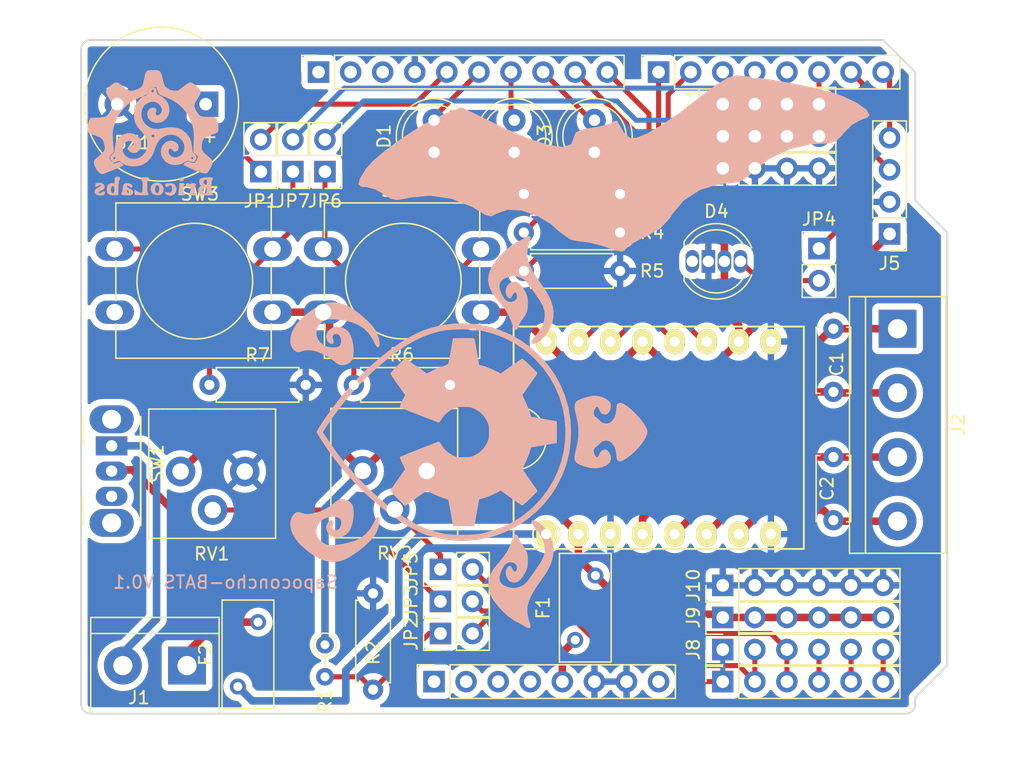
<source format=kicad_pcb>
(kicad_pcb (version 20211014) (generator pcbnew)

  (general
    (thickness 1.6)
  )

  (paper "A4")
  (title_block
    (date "mar. 31 mars 2015")
  )

  (layers
    (0 "F.Cu" signal)
    (31 "B.Cu" signal)
    (32 "B.Adhes" user "B.Adhesive")
    (33 "F.Adhes" user "F.Adhesive")
    (34 "B.Paste" user)
    (35 "F.Paste" user)
    (36 "B.SilkS" user "B.Silkscreen")
    (37 "F.SilkS" user "F.Silkscreen")
    (38 "B.Mask" user)
    (39 "F.Mask" user)
    (40 "Dwgs.User" user "User.Drawings")
    (41 "Cmts.User" user "User.Comments")
    (42 "Eco1.User" user "User.Eco1")
    (43 "Eco2.User" user "User.Eco2")
    (44 "Edge.Cuts" user)
    (45 "Margin" user)
    (46 "B.CrtYd" user "B.Courtyard")
    (47 "F.CrtYd" user "F.Courtyard")
    (48 "B.Fab" user)
    (49 "F.Fab" user)
  )

  (setup
    (stackup
      (layer "F.SilkS" (type "Top Silk Screen"))
      (layer "F.Paste" (type "Top Solder Paste"))
      (layer "F.Mask" (type "Top Solder Mask") (color "Green") (thickness 0.01))
      (layer "F.Cu" (type "copper") (thickness 0.035))
      (layer "dielectric 1" (type "core") (thickness 1.51) (material "FR4") (epsilon_r 4.5) (loss_tangent 0.02))
      (layer "B.Cu" (type "copper") (thickness 0.035))
      (layer "B.Mask" (type "Bottom Solder Mask") (color "Green") (thickness 0.01))
      (layer "B.Paste" (type "Bottom Solder Paste"))
      (layer "B.SilkS" (type "Bottom Silk Screen"))
      (copper_finish "None")
      (dielectric_constraints no)
    )
    (pad_to_mask_clearance 0)
    (aux_axis_origin 100 100)
    (grid_origin 100 100)
    (pcbplotparams
      (layerselection 0x00010f0_ffffffff)
      (disableapertmacros false)
      (usegerberextensions false)
      (usegerberattributes true)
      (usegerberadvancedattributes true)
      (creategerberjobfile true)
      (svguseinch false)
      (svgprecision 6)
      (excludeedgelayer true)
      (plotframeref false)
      (viasonmask false)
      (mode 1)
      (useauxorigin false)
      (hpglpennumber 1)
      (hpglpenspeed 20)
      (hpglpendiameter 15.000000)
      (dxfpolygonmode true)
      (dxfimperialunits true)
      (dxfusepcbnewfont true)
      (psnegative false)
      (psa4output false)
      (plotreference true)
      (plotvalue true)
      (plotinvisibletext false)
      (sketchpadsonfab false)
      (subtractmaskfromsilk false)
      (outputformat 1)
      (mirror false)
      (drillshape 0)
      (scaleselection 1)
      (outputdirectory "gerbers/")
    )
  )

  (net 0 "")
  (net 1 "GND")
  (net 2 "Net-(BZ1-Pad1)")
  (net 3 "+5V")
  (net 4 "/IOREF")
  (net 5 "/A0")
  (net 6 "/A1")
  (net 7 "/A2")
  (net 8 "/A3")
  (net 9 "/SDA{slash}A4")
  (net 10 "/SCL{slash}A5")
  (net 11 "/13")
  (net 12 "/12")
  (net 13 "/AREF")
  (net 14 "/8")
  (net 15 "/7")
  (net 16 "/*11")
  (net 17 "/*10")
  (net 18 "/*9")
  (net 19 "/4")
  (net 20 "/2")
  (net 21 "/*6")
  (net 22 "/*5")
  (net 23 "/TX{slash}1")
  (net 24 "/*3")
  (net 25 "/RX{slash}0")
  (net 26 "Net-(C1-Pad1)")
  (net 27 "Net-(C1-Pad2)")
  (net 28 "/~{RESET}")
  (net 29 "Net-(C2-Pad1)")
  (net 30 "Net-(C2-Pad2)")
  (net 31 "Net-(D1-Pad1)")
  (net 32 "Net-(D2-Pad1)")
  (net 33 "Net-(D3-Pad1)")
  (net 34 "Net-(F1-Pad1)")
  (net 35 "Net-(F2-Pad1)")
  (net 36 "/+BAT")
  (net 37 "Net-(F3-Pad1)")
  (net 38 "/STUP_IN")
  (net 39 "unconnected-(J4-Pad1)")
  (net 40 "/Vin")
  (net 41 "Net-(JP2-Pad1)")
  (net 42 "Net-(JP3-Pad1)")
  (net 43 "Net-(D4-Pad4)")
  (net 44 "Net-(JP5-Pad1)")
  (net 45 "Net-(JP6-Pad1)")
  (net 46 "Net-(JP7-Pad1)")
  (net 47 "unconnected-(D4-Pad1)")

  (footprint "Connector_PinSocket_2.54mm:PinSocket_1x08_P2.54mm_Vertical" (layer "F.Cu") (at 127.94 97.46 90))

  (footprint "Connector_PinSocket_2.54mm:PinSocket_1x06_P2.54mm_Vertical" (layer "F.Cu") (at 150.8 97.46 90))

  (footprint "Connector_PinSocket_2.54mm:PinSocket_1x10_P2.54mm_Vertical" (layer "F.Cu") (at 118.796 49.2 90))

  (footprint "Connector_PinSocket_2.54mm:PinSocket_1x08_P2.54mm_Vertical" (layer "F.Cu") (at 145.72 49.2 90))

  (footprint "Resistor_THT:R_Axial_DIN0207_L6.3mm_D2.5mm_P7.62mm_Horizontal" (layer "F.Cu") (at 123.114 98.095 90))

  (footprint "Connector_PinHeader_2.54mm:PinHeader_1x06_P2.54mm_Vertical" (layer "F.Cu") (at 150.8 89.84 90))

  (footprint "Fuse:Fuse_BelFuse_0ZRE0005FF_L8.3mm_W3.8mm" (layer "F.Cu") (at 139.116 94.158 90))

  (footprint "Connector_PinHeader_2.54mm:PinHeader_1x04_P2.54mm_Vertical" (layer "F.Cu") (at 150.8 51.74 90))

  (footprint "bl_kicad:NEOPIXEL_THT_D5.0mm-4_(OGVI)" (layer "F.Cu") (at 148.392 64.186))

  (footprint "Button_Switch_THT:SW_PUSH-12mm" (layer "F.Cu") (at 119.16 63.21))

  (footprint "bl_kicad:POT_SmallBlueArrow" (layer "F.Cu") (at 122.29 75.95 -90))

  (footprint "LED_THT:LED_D5.0mm" (layer "F.Cu") (at 134.29 55.55 90))

  (footprint "Connector_PinHeader_2.54mm:PinHeader_1x02_P2.54mm_Vertical" (layer "F.Cu") (at 116.764 57.079 180))

  (footprint "LED_THT:LED_D5.0mm" (layer "F.Cu") (at 140.64 55.55 90))

  (footprint "Connector_PinHeader_2.54mm:PinHeader_1x02_P2.54mm_Vertical" (layer "F.Cu") (at 128.448 93.65 90))

  (footprint "Connector_PinHeader_2.54mm:PinHeader_1x04_P2.54mm_Vertical" (layer "F.Cu") (at 164.008 62.017 180))

  (footprint "Connector_PinHeader_2.54mm:PinHeader_1x04_P2.54mm_Vertical" (layer "F.Cu") (at 150.81 56.82 90))

  (footprint "Connector_PinHeader_2.54mm:PinHeader_1x04_P2.54mm_Vertical" (layer "F.Cu") (at 150.81 54.28 90))

  (footprint "Button_Switch_THT:SW_PUSH-12mm" (layer "F.Cu") (at 102.65 63.21))

  (footprint "LED_THT:LED_D5.0mm" (layer "F.Cu") (at 127.94 55.55 90))

  (footprint "Connector_PinHeader_2.54mm:PinHeader_1x02_P2.54mm_Vertical" (layer "F.Cu") (at 119.304 57.079 180))

  (footprint "Resistor_THT:R_Axial_DIN0207_L6.3mm_D2.5mm_P7.62mm_Horizontal" (layer "F.Cu") (at 110.16 73.965))

  (footprint "Capacitor_THT:C_Disc_D5.0mm_W2.5mm_P5.00mm" (layer "F.Cu") (at 159.563 69.52 -90))

  (footprint "Capacitor_THT:C_Disc_D5.0mm_W2.5mm_P5.00mm" (layer "F.Cu") (at 159.563 79.68 -90))

  (footprint "Resistor_THT:R_Axial_DIN0207_L6.3mm_D2.5mm_P7.62mm_Horizontal" (layer "F.Cu") (at 121.59 73.965))

  (footprint "Connector_PinHeader_2.54mm:PinHeader_1x02_P2.54mm_Vertical" (layer "F.Cu") (at 128.448 88.57 90))

  (footprint "Resistor_THT:R_Axial_DIN0207_L6.3mm_D2.5mm_P7.62mm_Horizontal" (layer "F.Cu") (at 135.052 58.852))

  (footprint "Resistor_THT:R_Axial_DIN0204_L3.6mm_D1.6mm_P2.54mm_Vertical" (layer "F.Cu") (at 119.304 94.539 -90))

  (footprint "Connector_PinHeader_2.54mm:PinHeader_1x02_P2.54mm_Vertical" (layer "F.Cu") (at 114.224 57.079 180))

  (footprint "Fuse:Fuse_BelFuse_0ZRE0005FF_L8.3mm_W3.8mm" (layer "F.Cu") (at 112.408 97.851 90))

  (footprint "bl_kicad:POT_SmallBlueArrow" (layer "F.Cu") (at 107.874 75.997 -90))

  (footprint "bl_kicad:Buzzer_11.45x8RM7" (layer "F.Cu") (at 110.16 51.74 180))

  (footprint "Button_Switch_THT:SW_CuK_OS102011MA1QN1_SPDT_Angled" (layer "F.Cu") (at 102.413 78.791 -90))

  (footprint "TerminalBlock:TerminalBlock_bornier-4_P5.08mm" (layer "F.Cu") (at 164.643 69.52 -90))

  (footprint "TerminalBlock:TerminalBlock_bornier-2_P5.08mm" (layer "F.Cu") (at 108.382 96.19 180))

  (footprint "Resistor_THT:R_Axial_DIN0207_L6.3mm_D2.5mm_P7.62mm_Horizontal" (layer "F.Cu") (at 135.052 61.9))

  (footprint "Resistor_THT:R_Axial_DIN0207_L6.3mm_D2.5mm_P7.62mm_Horizontal" (layer "F.Cu") (at 135.052 64.948))

  (footprint "Connector_PinHeader_2.54mm:PinHeader_1x02_P2.54mm_Vertical" (layer "F.Cu") (at 128.443 91.11 90))

  (footprint "Connector_PinHeader_2.54mm:PinHeader_1x06_P2.54mm_Vertical" (layer "F.Cu") (at 150.8 94.92 90))

  (footprint "bl_kicad:DIP-16_600" (layer "F.Cu") (at 136.83 85.776 90))

  (footprint "Connector_PinHeader_2.54mm:PinHeader_1x02_P2.54mm_Vertical" (layer "F.Cu") (at 158.42 63.17))

  (footprint "Connector_PinHeader_2.54mm:PinHeader_1x06_P2.54mm_Vertical" (layer "F.Cu") (at 150.8 92.38 90))

  (footprint "bl_kicad:batconcho_40mm" (layer "B.Cu") (at 129.464 78.537 90))

  (footprint "bl_kicad:BricoLabs_logo_small" (layer "B.Cu")
    (tedit 0) (tstamp 8025ac46-5883-47e3-a227-64161c394f92)
    (at 105.588 54.026 180)
    (attr through_hole)
    (fp_text reference "G***" (at 0 0) (layer "B.SilkS") hide
      (effects (font (size 1.524 1.524) (thickness 0.3)) (justify mirror))
      (tstamp 9489c518-8bd3-466f-89d2-14495d5e1c72)
    )
    (fp_text value "LOGO" (at 0.75 0) (layer "B.SilkS") hide
      (effects (font (size 1.524 1.524) (thickness 0.3)) (justify mirror))
      (tstamp 103ccb75-aca8-4e56-8f3c-db0806618139)
    )
    (fp_poly (pts
        (xy 2.114824 -3.988021)
        (xy 2.224268 -4.07342)
        (xy 2.277044 -4.231398)
        (xy 2.286 -4.381128)
        (xy 2.305988 -4.591463)
        (xy 2.363069 -4.725163)
        (xy 2.367176 -4.729898)
        (xy 2.422487 -4.825204)
        (xy 2.384495 -4.88749)
        (xy 2.251816 -4.917786)
        (xy 2.111136 -4.920745)
        (xy 1.9501 -4.922288)
        (xy 1.830875 -4.93301)
        (xy 1.793609 -4.943352)
        (xy 1.718024 -4.944365)
        (xy 1.622763 -4.91053)
        (xy 1.508604 -4.8127)
        (xy 1.479409 -4.689616)
        (xy 1.482302 -4.682015)
        (xy 1.792509 -4.682015)
        (xy 1.81605 -4.740268)
        (xy 1.881928 -4.739164)
        (xy 1.909522 -4.720646)
        (xy 1.971509 -4.634251)
        (xy 1.9812 -4.591179)
        (xy 1.953563 -4.527537)
        (xy 1.885522 -4.543242)
        (xy 1.830646 -4.595174)
        (xy 1.792509 -4.682015)
        (xy 1.482302 -4.682015)
        (xy 1.528666 -4.560238)
        (xy 1.649863 -4.443521)
        (xy 1.809542 -4.366772)
        (xy 1.923456 -4.310859)
        (xy 1.979879 -4.247249)
        (xy 1.9812 -4.23786)
        (xy 1.947583 -4.175557)
        (xy 1.859293 -4.182921)
        (xy 1.75559 -4.243415)
        (xy 1.631825 -4.309919)
        (xy 1.550341 -4.297759)
        (xy 1.524 -4.21928)
        (xy 1.570361 -4.103985)
        (xy 1.692742 -4.014562)
        (xy 1.866091 -3.966554)
        (xy 1.938074 -3.9624)
        (xy 2.114824 -3.988021)
      ) (layer "B.SilkS") (width 0.01) (fill solid) (tstamp 11e07940-4b6d-45f5-8d34-1bdd63f0528f))
    (fp_poly (pts
        (xy 2.7686 -3.466565)
        (xy 2.85913 -3.481413)
        (xy 2.906457 -3.523797)
        (xy 2.927635 -3.621171)
        (xy 2.935991 -3.736031)
        (xy 2.950983 -3.992263)
        (xy 3.123582 -3.972113)
        (xy 3.311191 -3.993129)
        (xy 3.451397 -4.098155)
        (xy 3.53532 -4.277188)
        (xy 3.556 -4.459235)
        (xy 3.531631 -4.672814)
        (xy 3.450751 -4.815198)
        (xy 3.301697 -4.896484)
        (xy 3.072806 -4.926773)
        (xy 3.015092 -4.9276)
        (xy 2.847044 -4.922364)
        (xy 2.722552 -4.90878)
        (xy 2.675466 -4.893733)
        (xy 2.660761 -4.831202)
        (xy 2.649279 -4.69136)
        (xy 2.642623 -4.498481)
        (xy 2.642233 -4.453545)
        (xy 2.947177 -4.453545)
        (xy 2.965681 -4.633592)
        (xy 3.015709 -4.745711)
        (xy 3.085983 -4.780253)
        (xy 3.165226 -4.72757)
        (xy 3.201656 -4.671252)
        (xy 3.241435 -4.525404)
        (xy 3.231436 -4.366035)
        (xy 3.177714 -4.236598)
        (xy 3.135453 -4.196123)
        (xy 3.04164 -4.178063)
        (xy 2.977518 -4.251404)
        (xy 2.948369 -4.408921)
        (xy 2.947177 -4.453545)
        (xy 2.64223
... [396718 chars truncated]
</source>
